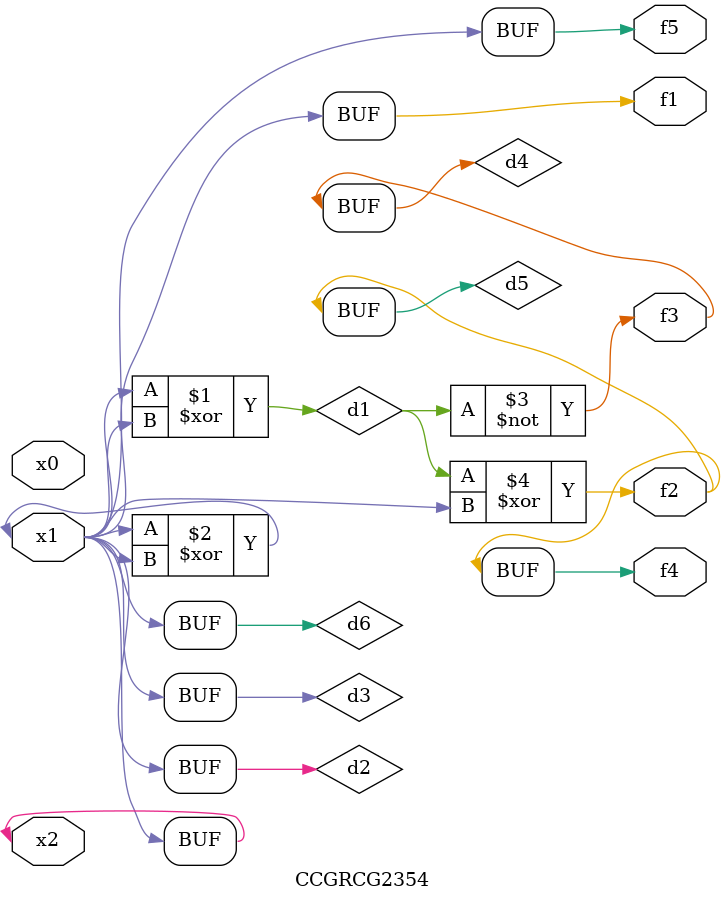
<source format=v>
module CCGRCG2354(
	input x0, x1, x2,
	output f1, f2, f3, f4, f5
);

	wire d1, d2, d3, d4, d5, d6;

	xor (d1, x1, x2);
	buf (d2, x1, x2);
	xor (d3, x1, x2);
	nor (d4, d1);
	xor (d5, d1, d2);
	buf (d6, d2, d3);
	assign f1 = d6;
	assign f2 = d5;
	assign f3 = d4;
	assign f4 = d5;
	assign f5 = d6;
endmodule

</source>
